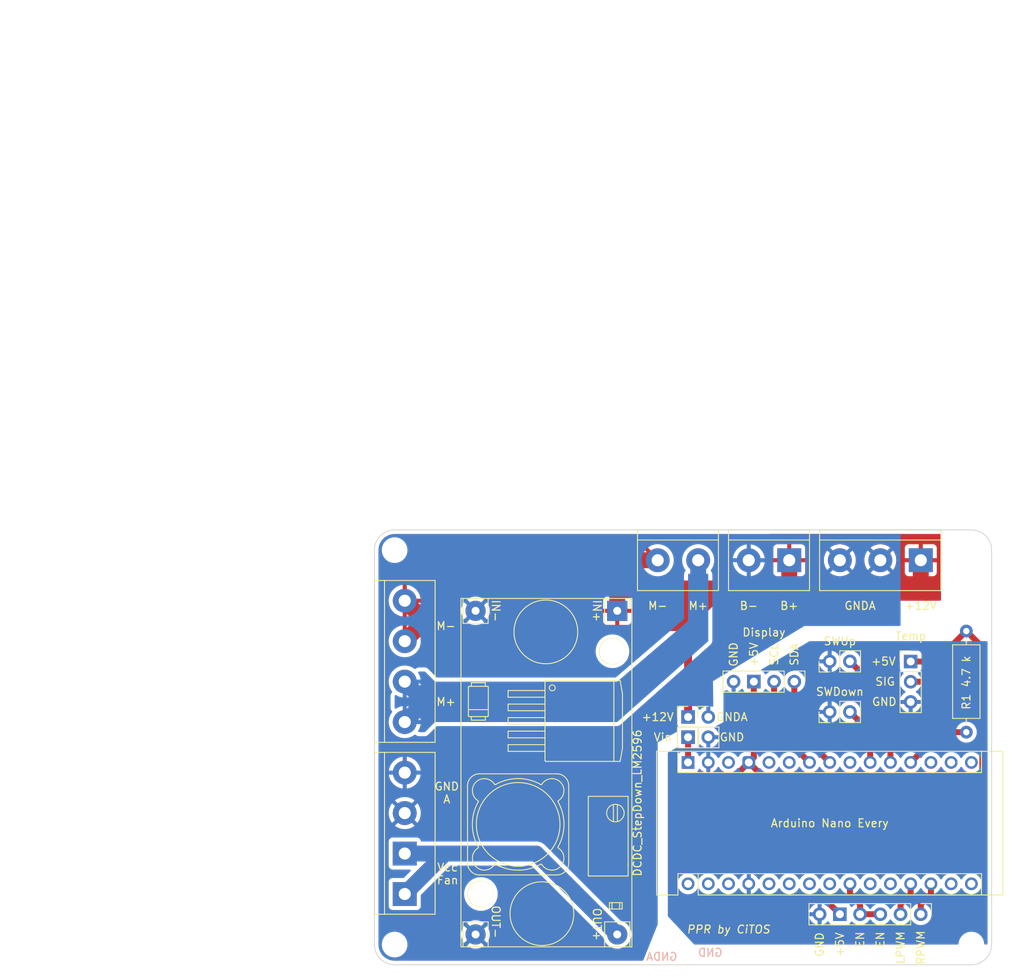
<source format=kicad_pcb>
(kicad_pcb (version 20211014) (generator pcbnew)
  (title_block (title "PPR") (date "2022-01-28") (rev "1") (company "CiTOS") (comment 4 "AISLER Project ID: DQKGMHDV"))
  (layers (0 "F.Cu" signal) (31 "B.Cu" signal) (34 "B.Paste" user) (35 "F.Paste" user) (36 "B.SilkS" user "B.Silkscreen") (37 "F.SilkS" user "F.Silkscreen") (38 "B.Mask" user) (39 "F.Mask" user) (44 "Edge.Cuts" user))
  (net 0 "")
  (net 4 "GNDS")
  (net 5 "TEMP")
  (net 7 "BUTTON UP")
  (net 8 "BUTTON DOWN")
  (net 9 "R PWM")
  (net 11 "L PWM")
  (net 13 "EN")
  (net 20 "SDA")
  (net 21 "SCL")
  (net 24 "+5V")
  (net 26 "+12V")
  (net 27 "GNDA")
  (net 28 "/M+")
  (net 29 "/M-")
  (net 30 "+5VA")
  (net 34 "/ARD VIN")
  (footprint "MountingHole:MountingHole_2.2mm_M2" (layer "F.Cu") (at 66.04 87.63)
    (fp_text reference "H3")
    (fp_text value "MountingHole")
    (pad "" np_thru_hole circle (at 0 0) (size 2.2 2.2) (drill 2.2) (layers *.Cu *.Mask))
  )
  (footprint "MountingHole:MountingHole_2.2mm_M2" (layer "F.Cu") (at 138.43 87.63)
    (fp_text reference "H4")
    (fp_text value "MountingHole")
    (pad "" np_thru_hole circle (at 0 0) (size 2.2 2.2) (drill 2.2) (layers *.Cu *.Mask))
  )
  (footprint "Connector_PinHeader_2.54mm:PinHeader_1x03_P2.54mm_Vertical" (layer "F.Cu") (at 130.81 101.615)
    (fp_text reference "J_TEMP1")
    (fp_text value "Conn_01x03")
    (fp_line (start 1.33 1.27) (end 1.33 6.41) (layer "F.SilkS") (width 0.12))
    (fp_line (start -1.33 0) (end -1.33 -1.33) (layer "F.SilkS") (width 0.12))
    (fp_line (start -1.33 1.27) (end 1.33 1.27) (layer "F.SilkS") (width 0.12))
    (fp_line (start -1.33 -1.33) (end 0 -1.33) (layer "F.SilkS") (width 0.12))
    (fp_line (start -1.33 6.41) (end 1.33 6.41) (layer "F.SilkS") (width 0.12))
    (fp_line (start -1.33 1.27) (end -1.33 6.41) (layer "F.SilkS") (width 0.12))
    (pad "1" thru_hole rect (at 0 0) (size 1.7 1.7) (drill 1) (layers *.Cu *.Mask) (net 24 "+5V"))
    (pad "2" thru_hole oval (at 0 2.54) (size 1.7 1.7) (drill 1) (layers *.Cu *.Mask) (net 5 "TEMP"))
    (pad "3" thru_hole oval (at 0 5.08) (size 1.7 1.7) (drill 1) (layers *.Cu *.Mask) (net 4 "GNDS"))
  )
  (footprint "TerminalBlock:TerminalBlock_bornier-2_P5.08mm" (layer "F.Cu") (at 104.14 88.9 180)
    (fp_text reference "J_DRV3")
    (fp_text value "Screw_Terminal_01x02")
    (fp_line (start -2.54 3.81) (end 7.62 3.81) (layer "F.SilkS") (width 0.12))
    (fp_line (start -2.54 -3.81) (end -2.54 3.81) (layer "F.SilkS") (width 0.12))
    (fp_line (start 7.62 -3.81) (end -2.54 -3.81) (layer "F.SilkS") (width 0.12))
    (fp_line (start 7.62 2.54) (end -2.54 2.54) (layer "F.SilkS") (width 0.12))
    (fp_line (start 7.62 3.81) (end 7.62 -3.81) (layer "F.SilkS") (width 0.12))
    (pad "1" thru_hole oval (at 0 0 180) (size 3 3) (drill 1.52) (layers *.Cu *.Mask) (net 28 "/M+"))
    (pad "2" thru_hole circle (at 5.08 0 180) (size 3 3) (drill 1.52) (layers *.Cu *.Mask) (net 29 "/M-"))
  )
  (footprint "Connector_PinHeader_2.54mm:PinHeader_1x02_P2.54mm_Vertical" (layer "F.Cu") (at 120.645 101.6 90)
    (fp_text reference "J_SW_UP1")
    (fp_text value "Conn_01x02")
    (fp_line (start -1.33 3.87) (end 1.33 3.87) (layer "F.SilkS") (width 0.12))
    (fp_line (start 1.33 1.27) (end 1.33 3.87) (layer "F.SilkS") (width 0.12))
    (fp_line (start -1.33 1.27) (end -1.33 3.87) (layer "F.SilkS") (width 0.12))
    (fp_line (start -1.33 1.27) (end 1.33 1.27) (layer "F.SilkS") (width 0.12))
    (fp_line (start -1.33 -1.33) (end 0 -1.33) (layer "F.SilkS") (width 0.12))
    (fp_line (start -1.33 0) (end -1.33 -1.33) (layer "F.SilkS") (width 0.12))
    (pad "1" thru_hole oval (at 0 0 90) (size 1.7 1.7) (drill 1) (layers *.Cu *.Mask) (net 4 "GNDS"))
    (pad "2" thru_hole oval (at 0 2.54 90) (size 1.7 1.7) (drill 1) (layers *.Cu *.Mask) (net 7 "BUTTON UP"))
  )
  (footprint "Connector_PinHeader_2.54mm:PinHeader_1x02_P2.54mm_Vertical" (layer "F.Cu") (at 105.41 108.58)
    (fp_text reference "J_SW_DWN2")
    (fp_text value "Conn_01x02")
    (fp_line (start -1.33 1.27) (end -1.33 3.87) (layer "F.SilkS") (width 0.12))
    (fp_line (start -1.33 3.87) (end 1.33 3.87) (layer "F.SilkS") (width 0.12))
    (fp_line (start -1.33 -1.33) (end 0 -1.33) (layer "F.SilkS") (width 0.12))
    (fp_line (start 1.33 1.27) (end 1.33 3.87) (layer "F.SilkS") (width 0.12))
    (fp_line (start -1.33 0) (end -1.33 -1.33) (layer "F.SilkS") (width 0.12))
    (fp_line (start -1.33 1.27) (end 1.33 1.27) (layer "F.SilkS") (width 0.12))
    (pad "1" thru_hole oval (at 0 0) (size 1.7 1.7) (drill 1) (layers *.Cu *.Mask) (net 27 "GNDA"))
    (pad "2" thru_hole oval (at 0 2.54) (size 1.7 1.7) (drill 1) (layers *.Cu *.Mask) (net 4 "GNDS"))
  )
  (footprint "MountingHole:MountingHole_3.2mm_M3" (layer "F.Cu") (at 93.38 100.33)
    (fp_text reference "H5")
    (fp_text value "MountingHole")
    (pad "" np_thru_hole circle (at 0 0) (size 3.2 3.2) (drill 3.2) (layers *.Cu *.Mask))
  )
  (footprint "MountingHole:MountingHole_3.2mm_M3" (layer "F.Cu") (at 76.87 130.81)
    (fp_text reference "H6")
    (fp_text value "MountingHole")
    (pad "" np_thru_hole circle (at 0 0) (size 3.2 3.2) (drill 3.2) (layers *.Cu *.Mask))
  )
  (footprint "MountingHole:MountingHole_2.2mm_M2" (layer "F.Cu") (at 138.43 137.16)
    (fp_text reference "H1")
    (fp_text value "MountingHole")
    (pad "" np_thru_hole circle (at 0 0) (size 2.2 2.2) (drill 2.2) (layers *.Cu *.Mask))
  )
  (footprint "MountingHole:MountingHole_2.2mm_M2" (layer "F.Cu") (at 66.04 137.16)
    (fp_text reference "H2")
    (fp_text value "MountingHole")
    (pad "" np_thru_hole circle (at 0 0) (size 2.2 2.2) (drill 2.2) (layers *.Cu *.Mask))
  )
  (footprint "Connector_PinHeader_2.54mm:PinHeader_1x02_P2.54mm_Vertical" (layer "F.Cu") (at 120.645 107.95 90)
    (fp_text reference "J_SW_DWN1")
    (fp_text value "Conn_01x02")
    (fp_line (start -1.33 0) (end -1.33 -1.33) (layer "F.SilkS") (width 0.12))
    (fp_line (start -1.33 1.27) (end -1.33 3.87) (layer "F.SilkS") (width 0.12))
    (fp_line (start -1.33 1.27) (end 1.33 1.27) (layer "F.SilkS") (width 0.12))
    (fp_line (start -1.33 -1.33) (end 0 -1.33) (layer "F.SilkS") (width 0.12))
    (fp_line (start 1.33 1.27) (end 1.33 3.87) (layer "F.SilkS") (width 0.12))
    (fp_line (start -1.33 3.87) (end 1.33 3.87) (layer "F.SilkS") (width 0.12))
    (pad "1" thru_hole oval (at 0 0 90) (size 1.7 1.7) (drill 1) (layers *.Cu *.Mask) (net 4 "GNDS"))
    (pad "2" thru_hole oval (at 0 2.54 90) (size 1.7 1.7) (drill 1) (layers *.Cu *.Mask) (net 8 "BUTTON DOWN"))
  )
  (footprint "TerminalBlock:TerminalBlock_bornier-3_P5.08mm" (layer "F.Cu") (at 132.08 88.9 180)
    (fp_text reference "J_SW1")
    (fp_text value "Screw_Terminal_01x03")
    (fp_line (start -2.54 3.81) (end -2.54 -3.81) (layer "F.SilkS") (width 0.12))
    (fp_line (start -2.54 3.81) (end 12.7 3.81) (layer "F.SilkS") (width 0.12))
    (fp_line (start 12.7 3.81) (end 12.7 -3.81) (layer "F.SilkS") (width 0.12))
    (fp_line (start -2.54 2.54) (end 12.7 2.54) (layer "F.SilkS") (width 0.12))
    (fp_line (start -2.54 -3.81) (end 12.7 -3.81) (layer "F.SilkS") (width 0.12))
    (pad "1" thru_hole rect (at 0 0 180) (size 3 3) (drill 1.52) (layers *.Cu *.Mask) (net 26 "+12V"))
    (pad "2" thru_hole circle (at 5.08 0 180) (size 3 3) (drill 1.52) (layers *.Cu *.Mask) (net 27 "GNDA"))
    (pad "3" thru_hole circle (at 10.16 0 180) (size 3 3) (drill 1.52) (layers *.Cu *.Mask) (net 27 "GNDA"))
  )
  (footprint "TerminalBlock:TerminalBlock_bornier-4_P5.08mm" (layer "F.Cu") (at 67.31 115.57 -90)
    (fp_text reference "J_FAN1")
    (fp_text value "Screw_Terminal_01x04")
    (fp_line (start -2.54 -3.81) (end -2.54 3.81) (layer "F.SilkS") (width 0.12))
    (fp_line (start -2.54 3.81) (end 17.78 3.81) (layer "F.SilkS") (width 0.12))
    (fp_line (start 17.78 3.81) (end 17.78 -3.81) (layer "F.SilkS") (width 0.12))
    (fp_line (start 17.78 2.54) (end -2.54 2.54) (layer "F.SilkS") (width 0.12))
    (fp_line (start -2.54 -3.81) (end 17.78 -3.81) (layer "F.SilkS") (width 0.12))
    (pad "1" thru_hole oval (at 0 0 270) (size 3 3) (drill 1.52) (layers *.Cu *.Mask) (net 27 "GNDA"))
    (pad "2" thru_hole circle (at 5.08 0 270) (size 3 3) (drill 1.52) (layers *.Cu *.Mask) (net 27 "GNDA"))
    (pad "3" thru_hole rect (at 10.16 0 270) (size 3 3) (drill 1.52) (layers *.Cu *.Mask) (net 30 "+5VA"))
    (pad "4" thru_hole rect (at 15.24 0 270) (size 3 3) (drill 1.52) (layers *.Cu *.Mask) (net 30 "+5VA"))
  )
  (footprint "TerminalBlock:TerminalBlock_bornier-2_P5.08mm" (layer "F.Cu") (at 115.57 88.9 180)
    (fp_text reference "J_DRV2")
    (fp_text value "Screw_Terminal_01x02")
    (fp_line (start -2.54 3.81) (end 7.62 3.81) (layer "F.SilkS") (width 0.12))
    (fp_line (start 7.62 3.81) (end 7.62 -3.81) (layer "F.SilkS") (width 0.12))
    (fp_line (start -2.54 -3.81) (end -2.54 3.81) (layer "F.SilkS") (width 0.12))
    (fp_line (start 7.62 -3.81) (end -2.54 -3.81) (layer "F.SilkS") (width 0.12))
    (fp_line (start 7.62 2.54) (end -2.54 2.54) (layer "F.SilkS") (width 0.12))
    (pad "1" thru_hole rect (at 0 0 180) (size 3 3) (drill 1.52) (layers *.Cu *.Mask) (net 26 "+12V"))
    (pad "2" thru_hole oval (at 5.08 0 180) (size 3 3) (drill 1.52) (layers *.Cu *.Mask) (net 27 "GNDA"))
  )
  (footprint "Components:YAAJ_DCDC_StepDown_LM2596" (layer "F.Cu") (at 93.98 95.25 -90)
    (fp_text reference "U2")
    (fp_text value "DCDC_StepDown_LM2596" (at 24.13 -2.54 90) (layer "F.SilkS"))
    (fp_text user "OUT+" (at 39.37 2.54 -90 unlocked) (layer "F.SilkS"))
    (fp_text user "OUT-" (at 39.06 15.24 -90 unlocked) (layer "F.SilkS"))
    (fp_text user "IN+" (at 0 2.54 -90 unlocked) (layer "F.SilkS"))
    (fp_text user "IN-" (at 0 15.24 -90 unlocked) (layer "F.SilkS"))
    (fp_line (start 14.250233 13.69667) (end 14.250233 9.06667) (layer "F.SilkS") (width 0.12))
    (fp_line (start -1.55 19.36) (end 1.58 19.36) (layer "F.SilkS") (width 0.12))
    (fp_line (start 9.581636 16.183217) (end 13.181636 16.183217) (layer "F.SilkS") (width 0.12))
    (fp_line (start 10.010233 13.69667) (end 10.850233 13.69667) (layer "F.SilkS") (width 0.12))
    (fp_line (start 33.167397 17.285796) (end 33.167397 7.585796) (layer "F.SilkS") (width 0.12))
    (fp_line (start 39.06 19.36) (end 42.175 19.36) (layer "F.SilkS") (width 0.12))
    (fp_line (start 18.910233 8.989106) (end 18.910233 -0.36239) (layer "F.SilkS") (width 0.12))
    (fp_line (start 18.910233 0.42667) (end 8.750233 0.42667) (layer "F.SilkS") (width 0.12))
    (fp_line (start 13.281636 16.558217) (end 13.731636 16.558217) (layer "F.SilkS") (width 0.12))
    (fp_line (start 12.411358 16.283217) (end 12.411358 18.583217) (layer "F.SilkS") (width 0.12))
    (fp_line (start 39.06 -1.58) (end 42.175 -1.58) (layer "F.SilkS") (width 0.12))
    (fp_line (start 37.448681 -0.619704) (end 37.448681 0.980295) (layer "F.SilkS") (width 0.12))
    (fp_line (start 26.439014 -0.017705) (end 24.360553 -0.017705) (layer "F.SilkS") (width 0.12))
    (fp_line (start 24.336385 -0.0491) (end 24.360553 -0.017705) (layer "F.SilkS") (width 0.12))
    (fp_line (start 13.282636 16.794696) (end 13.282636 16.700144) (layer "F.SilkS") (width 0.12))
    (fp_line (start 17.260233 -0.653329) (end 18.910233 -0.36239) (layer "F.SilkS") (width 0.12))
    (fp_line (start -1.55 16.2) (end 1.58 16.2) (layer "F.SilkS") (width 0.12))
    (fp_line (start -1.55 1.575) (end 1.58 1.58) (layer "F.SilkS") (width 0.12))
    (fp_line (start 24.348594 0.007294) (end 24.355764 -0.023925) (layer "F.SilkS") (width 0.12))
    (fp_line (start 1.58 1.27) (end 1.58 1.58) (layer "F.SilkS") (width 0.12))
    (fp_line (start 13.731636 16.558217) (end 13.731636 18.308217) (layer "F.SilkS") (width 0.12))
    (fp_line (start 36.648681 -0.299704) (end 37.448681 -0.299704) (layer "F.SilkS") (width 0.12))
    (fp_line (start 8.750233 8.989106) (end 8.750233 -0.36239) (layer "F.SilkS") (width 0.12))
    (fp_line (start 13.281636 16.283217) (end 13.281636 18.583217) (layer "F.SilkS") (width 0.12))
    (fp_line (start 37.448681 0.980295) (end 36.648681 0.980295) (layer "F.SilkS") (width 0.12))
    (fp_line (start 11.710233 13.69667) (end 12.550233 13.69667) (layer "F.SilkS") (width 0.12))
    (fp_line (start 15.110233 13.69667) (end 15.950233 13.69667) (layer "F.SilkS") (width 0.12))
    (fp_line (start 42.195 -1.835) (end -1.555 -1.835) (layer "F.SilkS") (width 0.12))
    (fp_line (start 42.195 19.615) (end 42.195 -1.835) (layer "F.SilkS") (width 0.12))
    (fp_line (start 21.967397 18.785796) (end 31.667397 18.785796) (layer "F.SilkS") (width 0.12))
    (fp_line (start 13.181636 18.683217) (end 9.581636 18.683217) (layer "F.SilkS") (width 0.12))
    (fp_line (start 18.83267 9.06667) (end 18.910233 8.989106) (layer "F.SilkS") (width 0.12))
    (fp_line (start 23.299783 3.582294) (end 23.299783 -1.317705) (layer "F.SilkS") (width 0.12))
    (fp_line (start 39.06 16.2) (end 42.175 16.2) (layer "F.SilkS") (width 0.12))
    (fp_line (start 39.06 1.58) (end 39.06 -1.58) (layer "F.SilkS") (width 0.12))
    (fp_line (start 39.06 1.58) (end 42.22 1.58) (layer "F.SilkS") (width 0.12))
    (fp_line (start 15.110233 13.69667) (end 15.110233 9.06667) (layer "F.SilkS") (width 0.12))
    (fp_line (start 15.950233 13.69667) (end 15.950233 9.06667) (layer "F.SilkS") (width 0.12))
    (fp_line (start 8.749233 1.004149) (end 8.749233 1.165687) (layer "F.SilkS") (width 0.12))
    (fp_line (start -1.55 -1.58) (end -0.25 -1.58) (layer "F.SilkS") (width 0.12))
    (fp_line (start 36.648681 0.980295) (end 36.648681 -0.619704) (layer "F.SilkS") (width 0.12))
    (fp_line (start 37.448681 0.660295) (end 36.648681 0.660295) (layer "F.SilkS") (width 0.12))
    (fp_line (start 39.06 19.36) (end 39.06 16.2) (layer "F.SilkS") (width 0.12))
    (fp_line (start 9.031636 18.308217) (end 9.031636 16.558217) (layer "F.SilkS") (width 0.12))
    (fp_line (start 31.942312 -1.368705) (end 31.908357 -1.368705) (layer "F.SilkS") (width 0.12))
    (fp_line (start 24.348594 0.007294) (end 24.360553 -0.017705) (layer "F.SilkS") (width 0.12))
    (fp_line (start 12.550233 13.69667) (end 12.550233 9.06667) (layer "F.SilkS") (width 0.12))
    (fp_line (start 31.858978 -1.368705) (end 31.814106 -1.368705) (layer "F.SilkS") (width 0.12))
    (fp_line (start 17.650233 13.69667) (end 17.650233 9.06667) (layer "F.SilkS") (width 0.12))
    (fp_line (start 10.850233 13.69667) (end 10.850233 9.06667) (layer "F.SilkS") (width 0.12))
    (fp_line (start 9.031636 16.558217) (end 9.481636 16.558217) (layer "F.SilkS") (width 0.12))
    (fp_line (start 11.710233 13.69667) (end 11.710233 9.06667) (layer "F.SilkS") (width 0.12))
    (fp_line (start 31.667397 6.085796) (end 21.967397 6.085796) (layer "F.SilkS") (width 0.12))
    (fp_line (start -1.555 19.615) (end 42.195 19.615) (layer "F.SilkS") (width 0.12))
    (fp_line (start 8.750233 8.989106) (end 8.827797 9.06667) (layer "F.SilkS") (width 0.12))
    (fp_line (start 23.349783 -1.367705) (end 33.249783 -1.367705) (layer "F.SilkS") (width 0.12))
    (fp_line (start 16.810233 13.69667) (end 16.810233 9.06667) (layer "F.SilkS") (width 0.12))
    (fp_line (start 24.348594 0.007294) (end 24.324147 0.002062) (layer "F.SilkS") (width 0.12))
    (fp_line (start 33.299783 -1.317705) (end 33.299783 3.582294) (layer "F.SilkS") (width 0.12))
    (fp_line (start 20.467397 7.585796) (end 20.467397 17.285796) (layer "F.SilkS") (width 0.12))
    (fp_line (start 13.410233 13.69667) (end 13.410233 9.06667) (layer "F.SilkS") (width 0.12))
    (fp_line (start 24.360553 0.482294) (end 26.439014 0.482294) (layer "F.SilkS") (width 0.12))
    (fp_line (start -1.555 -1.835) (end -1.555 19.615) (layer "F.SilkS") (width 0.12))
    (fp_line (start 10.400233 -0.653329) (end 17.260233 -0.653329) (layer "F.SilkS") (width 0.12))
    (fp_line (start 9.481636 18.308217) (end 9.031636 18.308217) (layer "F.SilkS") (width 0.12))
    (fp_line (start 16.810233 13.69667) (end 17.650233 13.69667) (layer "F.SilkS") (width 0.12))
    (fp_line (start 8.827797 9.06667) (end 18.83267 9.06667) (layer "F.SilkS") (width 0.12))
    (fp_line (start 13.410233 13.69667) (end 14.250233 13.69667) (layer "F.SilkS") (width 0.12))
    (fp_line (start 1.58 16.2) (end 1.58 19.36) (layer "F.SilkS") (width 0.12))
    (fp_line (start 10.010233 13.69667) (end 10.010233 9.06667) (layer "F.SilkS") (width 0.12))
    (fp_line (start 9.481636 18.583217) (end 9.481636 16.283217) (layer "F.SilkS") (width 0.12))
    (fp_line (start 8.750233 -0.36239) (end 10.400233 -0.653329) (layer "F.SilkS") (width 0.12))
    (fp_line (start 13.731636 18.308217) (end 13.281636 18.308217) (layer "F.SilkS") (width 0.12))
    (fp_line (start 33.249783 3.632294) (end 23.349783 3.632294) (layer "F.SilkS") (width 0.12))
    (fp_line (start 37.448681 -0.619704) (end 36.648681 -0.619704) (layer "F.SilkS") (width 0.12))
    (fp_arc (start 21.967397 18.785796) (mid 20.906737 18.346456) (end 20.467397 17.285796) (layer "F.SilkS") (width 0.12))
    (fp_arc (start 31.853662 15.405582) (mid 32.120698 17.739097) (end 29.787183 17.472062) (layer "F.SilkS") (width 0.12))
    (fp_arc (start 9.581636 18.683217) (mid 9.510925 18.653928) (end 9.481636 18.583217) (layer "F.SilkS") (width 0.12))
    (fp_arc (start 21.815217 15.271409) (mid 21.825145 15.345347) (end 21.781132 15.405582) (layer "F.SilkS") (width 0.12))
    (fp_arc (start 13.281636 18.583217) (mid 13.252347 18.653928) (end 13.181636 18.683217) (layer "F.SilkS") (width 0.12))
    (fp_arc (start 31.819577 9.600184) (mid 31.809649 9.526246) (end 31.853662 9.466011) (layer "F.SilkS") (width 0.12))
    (fp_arc (start 23.349783 3.632294) (mid 23.314428 3.617649) (end 23.299783 3.582294) (layer "F.SilkS") (width 0.12))
    (fp_arc (start 23.299783 -1.317705) (mid 23.314428 -1.35306) (end 23.349783 -1.367705) (layer "F.SilkS") (width 0.12))
    (fp_arc (start 29.653011 17.437976) (mid 29.726949 17.428049) (end 29.787183 17.472062) (layer "F.SilkS") (width 0.12))
    (fp_arc (start 23.847611 17.472062) (mid 23.907845 17.428049) (end 23.981783 17.437976) (layer "F.SilkS") (width 0.12))
    (fp_arc (start 31.667397 6.085796) (mid 32.728057 6.525136) (end 33.167397 7.585796) (layer "F.SilkS") (width 0.12))
    (fp_arc (start 9.481636 16.283217) (mid 9.510925 16.212506) (end 9.581636 16.183217) (layer "F.SilkS") (width 0.12))
    (fp_arc (start 31.853663 15.405583) (mid 31.809649 15.345348) (end 31.819576 15.27141) (layer "F.SilkS") (width 0.12))
    (fp_arc (start 23.981784 7.433617) (mid 26.817398 6.685796) (end 29.653011 7.433617) (layer "F.SilkS") (width 0.12))
    (fp_arc (start 13.181636 16.183217) (mid 13.252347 16.212506) (end 13.281636 16.283217) (layer "F.SilkS") (width 0.12))
    (fp_arc (start 23.981783 7.433617) (mid 23.907845 7.443544) (end 23.847611 7.399531) (layer "F.SilkS") (width 0.12))
    (fp_arc (start 21.781131 9.46601) (mid 21.825145 9.526245) (end 21.815218 9.600183) (layer "F.SilkS") (width 0.12))
    (fp_arc (start 33.249783 -1.367705) (mid 33.285138 -1.35306) (end 33.299783 -1.317705) (layer "F.SilkS") (width 0.12))
    (fp_arc (start 31.819576 9.600183) (mid 32.567397 12.435797) (end 31.819576 15.27141) (layer "F.SilkS") (width 0.12))
    (fp_arc (start 33.299783 3.582294) (mid 33.285138 3.617649) (end 33.249783 3.632294) (layer "F.SilkS") (width 0.12))
    (fp_arc (start 24.324148 0.462527) (mid 26.469609 -0.023572) (end 24.336385 0.51369) (layer "F.SilkS") (width 0.12))
    (fp_arc (start 23.847611 17.472062) (mid 21.514096 17.739098) (end 21.781132 15.405582) (layer "F.SilkS") (width 0.12))
    (fp_arc (start 29.653011 17.437976) (mid 26.817397 18.185797) (end 23.981783 17.437976) (layer "F.SilkS") (width 0.12))
    (fp_arc (start 20.467397 7.585796) (mid 20.906737 6.525136) (end 21.967397 6.085796) (layer "F.SilkS") (width 0.12))
    (fp_arc (start 29.787183 7.399531) (mid 29.726949 7.443544) (end 29.653011 7.433617) (layer "F.SilkS") (width 0.12))
    (fp_arc (start 21.815218 15.27141) (mid 21.067397 12.435797) (end 21.815218 9.600183) (layer "F.SilkS") (width 0.12))
    (fp_arc (start 21.781132 9.466011) (mid 21.514096 7.132496) (end 23.847611 7.399531) (layer "F.SilkS") (width 0.12))
    (fp_arc (start 33.167397 17.285796) (mid 32.728057 18.346456) (end 31.667397 18.785796) (layer "F.SilkS") (width 0.12))
    (fp_arc (start 29.787183 7.399531) (mid 32.120698 7.132495) (end 31.853662 9.466011) (layer "F.SilkS") (width 0.12))
    (fp_circle (center 26.817397 12.435796) (end 32.067397 12.435796) (layer "F.SilkS") (width 0.12) (fill none))
    (fp_circle (center 9.673179 8.154594) (end 10.048179 8.154594) (layer "F.SilkS") (width 0.12) (fill none))
    (fp_circle (center 35.56 17.145) (end 37.159 17.145) (layer "F.SilkS") (width 0.12) (fill none))
    (fp_circle (center 2.646666 8.957418) (end 6.646666 8.957418) (layer "F.SilkS") (width 0.12) (fill none))
    (fp_circle (center 38.029307 9.455206) (end 42.029307 9.455206) (layer "F.SilkS") (width 0.12) (fill none))
    (fp_circle (center 5.08 0.635) (end 6.678999 0.635) (layer "F.SilkS") (width 0.12) (fill none))
    (pad "1" thru_hole rect (at 0 0 270) (size 2.54 2.54) (drill 1) (layers *.Cu *.Mask) (net 26 "+12V"))
    (pad "2" thru_hole circle (at 0 17.78 270) (size 2.54 2.54) (drill 1) (layers *.Cu *.Mask) (net 27 "GNDA"))
    (pad "3" thru_hole circle (at 40.64 17.78 270) (size 2.54 2.54) (drill 1) (layers *.Cu *.Mask) (net 27 "GNDA"))
    (pad "4" thru_hole circle (at 40.64 0 270) (size 2.54 2.54) (drill 1) (layers *.Cu *.Mask) (net 30 "+5VA"))
  )
  (footprint "Connector_PinHeader_2.54mm:PinHeader_1x04_P2.54mm_Vertical" (layer "F.Cu") (at 116.205 104.14 -90)
    (fp_text reference "J_DISPLAY1")
    (fp_text value "Conn_01x04")
    (fp_line (start -1.33 8.95) (end 1.33 8.95) (layer "F.SilkS") (width 0.12))
    (fp_line (start 1.33 1.27) (end 1.33 8.95) (layer "F.SilkS") (width 0.12))
    (fp_line (start -1.33 1.27) (end 1.33 1.27) (layer "F.SilkS") (width 0.12))
    (fp_line (start -1.33 1.27) (end -1.33 8.95) (layer "F.SilkS") (width 0.12))
    (fp_line (start -1.33 -1.33) (end 0 -1.33) (layer "F.SilkS") (width 0.12))
    (fp_line (start -1.33 0) (end -1.33 -1.33) (layer "F.SilkS") (width 0.12))
    (pad "1" thru_hole circle (at 0 0 270) (size 1.7 1.7) (drill 1) (layers *.Cu *.Mask) (net 20 "SDA"))
    (pad "2" thru_hole oval (at 0 2.54 270) (size 1.7 1.7) (drill 1) (layers *.Cu *.Mask) (net 21 "SCL"))
    (pad "3" thru_hole rect (at 0 5.08 270) (size 1.7 1.7) (drill 1) (layers *.Cu *.Mask) (net 24 "+5V"))
    (pad "4" thru_hole oval (at 0 7.62 270) (size 1.7 1.7) (drill 1) (layers *.Cu *.Mask) (net 4 "GNDS"))
  )
  (footprint "Connector_PinHeader_2.54mm:PinHeader_1x06_P2.54mm_Vertical" (layer "F.Cu") (at 132.08 133.35 -90)
    (fp_text reference "J_DRV1")
    (fp_text value "Conn_01x06")
    (fp_line (start 1.33 1.27) (end 1.33 14.03) (layer "F.SilkS") (width 0.12))
    (fp_line (start -1.33 14.03) (end 1.33 14.03) (layer "F.SilkS") (width 0.12))
    (fp_line (start -1.33 1.27) (end -1.33 14.03) (layer "F.SilkS") (width 0.12))
    (fp_line (start -1.33 -1.33) (end 0 -1.33) (layer "F.SilkS") (width 0.12))
    (fp_line (start -1.33 0) (end -1.33 -1.33) (layer "F.SilkS") (width 0.12))
    (fp_line (start -1.33 1.27) (end 1.33 1.27) (layer "F.SilkS") (width 0.12))
    (pad "1" thru_hole circle (at 0 0 270) (size 1.7 1.7) (drill 1) (layers *.Cu *.Mask) (net 9 "R PWM"))
    (pad "2" thru_hole oval (at 0 2.54 270) (size 1.7 1.7) (drill 1) (layers *.Cu *.Mask) (net 11 "L PWM"))
    (pad "3" thru_hole oval (at 0 5.08 270) (size 1.7 1.7) (drill 1) (layers *.Cu *.Mask) (net 13 "EN"))
    (pad "4" thru_hole oval (at 0 7.62 270) (size 1.7 1.7) (drill 1) (layers *.Cu *.Mask) (net 13 "EN"))
    (pad "5" thru_hole rect (at 0 10.16 270) (size 1.7 1.7) (drill 1) (layers *.Cu *.Mask) (net 24 "+5V"))
    (pad "6" thru_hole oval (at 0 12.7 270) (size 1.7 1.7) (drill 1) (layers *.Cu *.Mask) (net 4 "GNDS"))
  )
  (footprint "Module:Arduino_Nano" (layer "F.Cu") (at 102.87 129.53 90)
    (fp_text reference "A1")
    (fp_text value "Arduino_Nano_v3.x")
    (fp_line (start -1.4 -3.94) (end -1.4 -1.27) (layer "F.SilkS") (width 0.12))
    (fp_line (start 1.27 1.27) (end 1.27 36.83) (layer "F.SilkS") (width 0.12))
    (fp_line (start 13.97 -1.27) (end 16.64 -1.27) (layer "F.SilkS") (width 0.12))
    (fp_line (start 13.97 -1.27) (end 13.97 36.83) (layer "F.SilkS") (width 0.12))
    (fp_line (start -1.4 1.27) (end -1.4 39.5) (layer "F.SilkS") (width 0.12))
    (fp_line (start 16.64 -3.94) (end -1.4 -3.94) (layer "F.SilkS") (width 0.12))
    (fp_line (start -1.4 39.5) (end 16.64 39.5) (layer "F.SilkS") (width 0.12))
    (fp_line (start 1.27 36.83) (end -1.4 36.83) (layer "F.SilkS") (width 0.12))
    (fp_line (start 16.64 39.5) (end 16.64 -3.94) (layer "F.SilkS") (width 0.12))
    (fp_line (start 1.27 1.27) (end 1.27 -1.27) (layer "F.SilkS") (width 0.12))
    (fp_line (start 13.97 36.83) (end 16.64 36.83) (layer "F.SilkS") (width 0.12))
    (fp_line (start 1.27 -1.27) (end -1.4 -1.27) (layer "F.SilkS") (width 0.12))
    (fp_line (start 1.27 1.27) (end -1.4 1.27) (layer "F.SilkS") (width 0.12))
    (pad "1" thru_hole circle (at 0 0 90) (size 1.6 1.6) (drill 1) (layers *.Cu *.Mask))
    (pad "2" thru_hole oval (at 0 2.54 90) (size 1.6 1.6) (drill 1) (layers *.Cu *.Mask))
    (pad "3" thru_hole oval (at 0 5.08 90) (size 1.6 1.6) (drill 1) (layers *.Cu *.Mask))
    (pad "4" thru_hole oval (at 0 7.62 90) (size 1.6 1.6) (drill 1) (layers *.Cu *.Mask) (net 4 "GNDS"))
    (pad "5" thru_hole oval (at 0 10.16 90) (size 1.6 1.6) (drill 1) (layers *.Cu *.Mask))
    (pad "6" thru_hole oval (at 0 12.7 90) (size 1.6 1.6) (drill 1) (layers *.Cu *.Mask))
    (pad "7" thru_hole oval (at 0 15.24 90) (size 1.6 1.6) (drill 1) (layers *.Cu *.Mask))
    (pad "8" thru_hole oval (at 0 17.78 90) (size 1.6 1.6) (drill 1) (layers *.Cu *.Mask))
    (pad "9" thru_hole oval (at 0 20.32 90) (size 1.6 1.6) (drill 1) (layers *.Cu *.Mask) (net 13 "EN"))
    (pad "10" thru_hole oval (at 0 22.86 90) (size 1.6 1.6) (drill 1) (layers *.Cu *.Mask))
    (pad "11" thru_hole oval (at 0 25.4 90) (size 1.6 1.6) (drill 1) (layers *.Cu *.Mask))
    (pad "12" thru_hole oval (at 0 27.94 90) (size 1.6 1.6) (drill 1) (layers *.Cu *.Mask) (net 11 "L PWM"))
    (pad "13" thru_hole oval (at 0 30.48 90) (size 1.6 1.6) (drill 1) (layers *.Cu *.Mask) (net 9 "R PWM"))
    (pad "14" thru_hole oval (at 0 33.02 90) (size 1.6 1.6) (drill 1) (layers *.Cu *.Mask))
    (pad "15" thru_hole oval (at 0 35.56 90) (size 1.6 1.6) (drill 1) (layers *.Cu *.Mask))
    (pad "16" thru_hole oval (at 15.24 35.56 90) (size 1.6 1.6) (drill 1) (layers *.Cu *.Mask))
    (pad "17" thru_hole oval (at 15.24 33.02 90) (size 1.6 1.6) (drill 1) (layers *.Cu *.Mask))
    (pad "18" thru_hole oval (at 15.24 30.48 90) (size 1.6 1.6) (drill 1) (layers *.Cu *.Mask))
    (pad "19" thru_hole oval (at 15.24 27.94 90) (size 1.6 1.6) (drill 1) (layers *.Cu *.Mask) (net 5 "TEMP"))
    (pad "20" thru_hole oval (at 15.24 25.4 90) (size 1.6 1.6) (drill 1) (layers *.Cu *.Mask) (net 7 "BUTTON UP"))
    (pad "21" thru_hole oval (at 15.24 22.86 90) (size 1.6 1.6) (drill 1) (layers *.Cu *.Mask) (net 8 "BUTTON DOWN"))
    (pad "22" thru_hole oval (at 15.24 20.32 90) (size 1.6 1.6) (drill 1) (layers *.Cu *.Mask))
    (pad "23" thru_hole oval (at 15.24 17.78 90) (size 1.6 1.6) (drill 1) (layers *.Cu *.Mask) (net 20 "SDA"))
    (pad "24" thru_hole oval (at 15.24 15.24 90) (size 1.6 1.6) (drill 1) (layers *.Cu *.Mask) (net 21 "SCL"))
    (pad "25" thru_hole oval (at 15.24 12.7 90) (size 1.6 1.6) (drill 1) (layers *.Cu *.Mask))
    (pad "26" thru_hole oval (at 15.24 10.16 90) (size 1.6 1.6) (drill 1) (layers *.Cu *.Mask))
    (pad "27" thru_hole roundrect (at 15.24 7.62 90) (size 1.6 1.6) (drill 1) (layers *.Cu *.Mask) (net 24 "+5V"))
    (pad "28" thru_hole oval (at 15.24 5.08 90) (size 1.6 1.6) (drill 1) (layers *.Cu *.Mask))
    (pad "29" thru_hole oval (at 15.24 2.54 90) (size 1.6 1.6) (drill 1) (layers *.Cu *.Mask) (net 4 "GNDS"))
    (pad "30" thru_hole rect (at 15.24 0 90) (size 1.6 1.6) (drill 1) (layers *.Cu *.Mask) (net 34 "/ARD VIN"))
  )
  (footprint "TerminalBlock:TerminalBlock_bornier-4_P5.08mm" (layer "F.Cu") (at 67.31 93.98 -90)
    (fp_text reference "J_Pelt1")
    (fp_text value "Screw_Terminal_01x04")
    (fp_line (start -2.54 3.81) (end 17.78 3.81) (layer "F.SilkS") (width 0.12))
    (fp_line (start -2.54 -3.81) (end -2.54 3.81) (layer "F.SilkS") (width 0.12))
    (fp_line (start 17.78 3.81) (end 17.78 -3.81) (layer "F.SilkS") (width 0.12))
    (fp_line (start -2.54 -3.81) (end 17.78 -3.81) (layer "F.SilkS") (width 0.12))
    (fp_line (start 17.78 2.54) (end -2.54 2.54) (layer "F.SilkS") (width 0.12))
    (pad "1" thru_hole oval (at 0 0 270) (size 3 3) (drill 1.52) (layers *.Cu *.Mask) (net 29 "/M-"))
    (pad "2" thru_hole oval (at 5.08 0 270) (size 3 3) (drill 1.52) (layers *.Cu *.Mask) (net 29 "/M-"))
    (pad "3" thru_hole oval (at 10.16 0 270) (size 3 3) (drill 1.52) (layers *.Cu *.Mask) (net 28 "/M+"))
    (pad "4" thru_hole oval (at 15.24 0 270) (size 3 3) (drill 1.52) (layers *.Cu *.Mask) (net 28 "/M+"))
  )
  (footprint "Connector_PinHeader_2.54mm:PinHeader_1x02_P2.54mm_Vertical" (layer "F.Cu") (at 102.87 108.58)
    (fp_text reference "J_SW_DWN3")
    (fp_text value "Conn_01x02")
    (fp_line (start -1.33 0) (end -1.33 -1.33) (layer "F.SilkS") (width 0.12))
    (fp_line (start -1.33 3.87) (end 1.33 3.87) (layer "F.SilkS") (width 0.12))
    (fp_line (start 1.33 1.27) (end 1.33 3.87) (layer "F.SilkS") (width 0.12))
    (fp_line (start -1.33 1.27) (end -1.33 3.87) (layer "F.SilkS") (width 0.12))
    (fp_line (start -1.33 -1.33) (end 0 -1.33) (layer "F.SilkS") (width 0.12))
    (fp_line (start -1.33 1.27) (end 1.33 1.27) (layer "F.SilkS") (width 0.12))
    (pad "1" thru_hole rect (at 0 0) (size 1.7 1.7) (drill 1) (layers *.Cu *.Mask) (net 26 "+12V"))
    (pad "2" thru_hole rect (at 0 2.54) (size 1.7 1.7) (drill 1) (layers *.Cu *.Mask) (net 34 "/ARD VIN"))
  )
  (footprint "Resistor_THT:R_Axial_DIN0309_L9.0mm_D3.2mm_P12.70mm_Horizontal" (layer "F.Cu") (at 137.795 110.49 90)
    (fp_text reference "R1" (at 3.81 0 90) (layer "F.SilkS"))
    (fp_text value "4.7 k" (at 7.62 0 90) (layer "F.SilkS"))
    (fp_line (start 1.04 0) (end 1.73 0) (layer "F.SilkS") (width 0.12))
    (fp_line (start 11.66 0) (end 10.97 0) (layer "F.SilkS") (width 0.12))
    (fp_line (start 1.73 1.72) (end 10.97 1.72) (layer "F.SilkS") (width 0.12))
    (fp_line (start 10.97 1.72) (end 10.97 -1.72) (layer "F.SilkS") (width 0.12))
    (fp_line (start 1.73 -1.72) (end 1.73 1.72) (layer "F.SilkS") (width 0.12))
    (fp_line (start 10.97 -1.72) (end 1.73 -1.72) (layer "F.SilkS") (width 0.12))
    (pad "1" thru_hole circle (at 0 0 90) (size 1.6 1.6) (drill 0.8) (layers *.Cu *.Mask) (net 5 "TEMP"))
    (pad "2" thru_hole oval (at 12.7 0 90) (size 1.6 1.6) (drill 0.8) (layers *.Cu *.Mask) (net 24 "+5V"))
  )
  (gr_line (start 66.04 139.7) (end 138.43 139.7) (layer "Edge.Cuts") (width 0.1))
  (gr_line (start 63.5 137.16) (end 63.5 87.63) (layer "Edge.Cuts") (width 0.1))
  (gr_arc (start 140.97 137.16) (mid 140.226051 138.956051) (end 138.43 139.7) (layer "Edge.Cuts") (width 0.1))
  (gr_line (start 140.97 87.63) (end 140.97 137.16) (layer "Edge.Cuts") (width 0.1))
  (gr_line (start 66.04 85.09) (end 138.43 85.09) (layer "Edge.Cuts") (width 0.1))
  (gr_arc (start 63.5 87.63) (mid 64.243949 85.833949) (end 66.04 85.09) (layer "Edge.Cuts") (width 0.1))
  (gr_arc (start 66.04 139.7) (mid 64.243949 138.956051) (end 63.5 137.16) (layer "Edge.Cuts") (width 0.1))
  (gr_arc (start 138.43 85.09) (mid 140.226051 85.833949) (end 140.97 87.63) (layer "Edge.Cuts") (width 0.1))
  (gr_text "GND" (at 105.664 138.176) (layer "B.SilkS") (effects (font (size 1 1)) (justify mirror)))
  (gr_text "GNDA" (at 99.568 138.684) (layer "B.SilkS") (effects (font (size 1 1)) (justify mirror)))
  (gr_text "B+" (at 115.57 94.615) (layer "F.SilkS") (effects (font (size 1 1))))
  (gr_text "EN" (at 127 136.525 90) (layer "F.SilkS") (effects (font (size 1 1))))
  (gr_text "M+" (at 104.14 94.615) (layer "F.SilkS") (effects (font (size 1 1))))
  (gr_text "GND" (at 127.5 106.68) (layer "F.SilkS") (effects (font (size 1 1))))
  (gr_text "+5V" (at 127.4 101.6) (layer "F.SilkS") (effects (font (size 1 1))))
  (gr_text "+12V" (at 132.08 94.615) (layer "F.SilkS") (effects (font (size 1 1))))
  (gr_text "RPWM" (at 132.08 137.56 90) (layer "F.SilkS") (effects (font (size 1 1))))
  (gr_text "SDA" (at 116.205 100.73 90) (layer "F.SilkS") (effects (font (size 1 1))))
  (gr_text "LPWM" (at 129.54 137.56 90) (layer "F.SilkS") (effects (font (size 1 1))))
  (gr_text "GNDA" (at 108.385 108.585) (layer "F.SilkS") (effects (font (size 1 1))))
  (gr_text "Vin" (at 99.695 111.125) (layer "F.SilkS") (effects (font (size 1 1))))
  (gr_text "SWDown" (at 121.92 105.41) (layer "F.SilkS") (effects (font (size 1 1))))
  (gr_text "EN" (at 124.46 136.525 90) (layer "F.SilkS") (effects (font (size 1 1))))
  (gr_text "GND\nA" (at 72.59 118.11) (layer "F.SilkS") (effects (font (size 1 1))))
  (gr_text "B-" (at 110.49 94.615) (layer "F.SilkS") (effects (font (size 1 1))))
  (gr_text "GNDA" (at 124.46 94.615) (layer "F.SilkS") (effects (font (size 1 1))))
  (gr_text "Display" (at 112.395 97.955) (layer "F.SilkS") (effects (font (size 1 1))))
  (gr_text "GND" (at 108.585 100.73 90) (layer "F.SilkS") (effects (font (size 1 1))))
  (gr_text "SWUp" (at 121.92 99.06) (layer "F.SilkS") (effects (font (size 1 1))))
  (gr_text "+12V" (at 99.06 108.585) (layer "F.SilkS") (effects (font (size 1 1))))
  (gr_text "SIG" (at 127.6 104.14) (layer "F.SilkS") (effects (font (size 1 1))))
  (gr_text "GND" (at 119.38 137.16 90) (layer "F.SilkS") (effects (font (size 1 1))))
  (gr_text "PPR by CiTOS" (at 107.95 135.255) (layer "F.SilkS") (effects (font (size 1 1) (thickness 0.15) italic)))
  (gr_text "M-" (at 72.49 97.155) (layer "F.SilkS") (effects (font (size 1 1))))
  (gr_text "M+" (at 72.49 106.68) (layer "F.SilkS") (effects (font (size 1 1))))
  (gr_text "Temp" (at 130.81 98.425) (layer "F.SilkS") (effects (font (size 1 1))))
  (gr_text "Vcc\nFan" (at 72.69 128.27) (layer "F.SilkS") (effects (font (size 1 1))))
  (gr_text "+5V" (at 111.125 100.73 90) (layer "F.SilkS") (effects (font (size 1 1))))
  (gr_text "M-" (at 99.06 94.615) (layer "F.SilkS") (effects (font (size 1 1))))
  (gr_text "GND" (at 108.385 111.125) (layer "F.SilkS") (effects (font (size 1 1))))
  (gr_text "+5V" (at 121.92 137.16 90) (layer "F.SilkS") (effects (font (size 1 1))))
  (gr_text "Arduino Nano Every" (at 120.65 121.92) (layer "F.SilkS") (effects (font (size 1 1))))
  (gr_text "SCL" (at 113.665 100.73 90) (layer "F.SilkS") (effects (font (size 1 1))))
  (segment (start 132.73 104.155) (end 134.62 106.045) (width 0.75) (layer "F.Cu") (net 5))
  (segment (start 134.2975 110.8025) (end 134.61 110.49) (width 0.75) (layer "F.Cu") (net 5))
  (segment (start 134.61 110.49) (end 137.795 110.49) (width 0.75) (layer "F.Cu") (net 5))
  (segment (start 134.62 106.045) (end 134.62 110.48) (width 0.75) (layer "F.Cu") (net 5))
  (segment (start 130.81 114.29) (end 134.2975 110.8025) (width 0.75) (layer "F.Cu") (net 5))
  (segment (start 134.62 110.48) (end 134.2975 110.8025) (width 0.75) (layer "F.Cu") (net 5))
  (segment (start 130.81 104.155) (end 132.73 104.155) (width 0.75) (layer "F.Cu") (net 5))
  (segment (start 125.725 104.14) (end 125.73 104.14) (width 0.75) (layer "F.Cu") (net 7))
  (segment (start 125.73 104.14) (end 125.73 107.95) (width 0.75) (layer "F.Cu") (net 7))
  (segment (start 123.185 101.6) (end 125.725 104.14) (width 0.75) (layer "F.Cu") (net 7))
  (segment (start 128.27 110.49) (end 128.27 114.29) (width 0.75) (layer "F.Cu") (net 7))
  (segment (start 125.73 107.95) (end 128.27 110.49) (width 0.75) (layer "F.Cu") (net 7))
  (segment (start 125.73 110.49) (end 125.73 114.29) (width 0.75) (layer "F.Cu") (net 8))
  (segment (start 123.185 107.95) (end 125.725 110.49) (width 0.75) (layer "F.Cu") (net 8))
  (segment (start 125.725 110.49) (end 125.73 110.49) (width 0.75) (layer "F.Cu") (net 8))
  (segment (start 132.08 132.08) (end 133.35 130.81) (width 0.75) (layer "F.Cu") (net 9))
  (segment (start 133.35 130.81) (end 133.35 129.53) (width 0.75) (layer "F.Cu") (net 9))
  (segment (start 132.08 133.35) (end 132.08 132.08) (width 0.75) (layer "F.Cu") (net 9))
  (segment (start 129.54 133.35) (end 129.54 132.08) (width 0.75) (layer "F.Cu") (net 11))
  (segment (start 130.81 130.81) (end 130.81 129.53) (width 0.75) (layer "F.Cu") (net 11))
  (segment (start 129.54 132.08) (end 130.81 130.81) (width 0.75) (layer "F.Cu") (net 11))
  (segment (start 124.46 133.35) (end 127 133.35) (width 0.75) (layer "F.Cu") (net 13))
  (segment (start 123.19 130.81) (end 124.46 132.08) (width 0.75) (layer "F.Cu") (net 13))
  (segment (start 123.19 129.53) (end 123.19 130.81) (width 0.75) (layer "F.Cu") (net 13))
  (segment (start 124.46 132.08) (end 124.46 133.35) (width 0.75) (layer "F.Cu") (net 13))
  (segment (start 120.65 114.29) (end 116.215 109.855) (width 0.75) (layer "F.Cu") (net 20))
  (segment (start 116.205 109.855) (end 116.205 104.14) (width 0.75) (layer "F.Cu") (net 20))
  (segment (start 116.215 109.855) (end 116.205 109.855) (width 0.75) (layer "F.Cu") (net 20))
  (segment (start 113.665 109.855) (end 113.665 104.14) (width 0.75) (layer "F.Cu") (net 21))
  (segment (start 113.675 109.855) (end 113.665 109.855) (width 0.75) (layer "F.Cu") (net 21))
  (segment (start 118.11 114.29) (end 113.675 109.855) (width 0.75) (layer "F.Cu") (net 21))
  (segment (start 139.804511 115.465489) (end 139.804511 99.799511) (width 0.75) (layer "F.Cu") (net 24))
  (segment (start 120.015 131.445) (end 102.220573 131.445) (width 0.75) (layer "F.Cu") (net 24))
  (segment (start 139.065 116.205) (end 139.804511 115.465489) (width 0.75) (layer "F.Cu") (net 24))
  (segment (start 100.965 123.815) (end 110.49 114.29) (width 0.75) (layer "F.Cu") (net 24))
  (segment (start 121.92 133.35) (end 120.015 131.445) (width 0.75) (layer "F.Cu") (net 24))
  (segment (start 110.49 114.29) (end 111.125 113.655) (width 0.75) (layer "F.Cu") (net 24))
  (segment (start 110.49 114.29) (end 112.405 116.205) (width 0.75) (layer "F.Cu") (net 24))
  (segment (start 100.965 130.189427) (end 100.965 123.815) (width 0.75) (layer "F.Cu") (net 24))
  (segment (start 133.97 101.615) (end 137.795 97.79) (width 0.75) (layer "F.Cu") (net 24))
  (segment (start 130.81 101.615) (end 133.97 101.615) (width 0.75) (layer "F.Cu") (net 24))
  (segment (start 112.405 116.205) (end 139.065 116.205) (width 0.75) (layer "F.Cu") (net 24))
  (segment (start 111.125 113.655) (end 111.125 104.14) (width 0.75) (layer "F.Cu") (net 24))
  (segment (start 139.804511 99.799511) (end 137.795 97.79) (width 0.75) (layer "F.Cu") (net 24))
  (segment (start 102.220573 131.445) (end 100.965 130.189427) (width 0.75) (layer "F.Cu") (net 24))
  (segment (start 115.57 88.9) (end 115.57 92.71) (width 2) (layer "F.Cu") (net 26))
  (segment (start 102.87 92.71) (end 93.98 92.71) (width 2) (layer "F.Cu") (net 26))
  (segment (start 132.08 88.9) (end 132.08 92.71) (width 2) (layer "F.Cu") (net 26))
  (segment (start 115.57 92.71) (end 102.87 92.71) (width 2) (layer "F.Cu") (net 26))
  (segment (start 132.08 92.71) (end 115.57 92.71) (width 2) (layer "F.Cu") (net 26))
  (segment (start 93.98 92.71) (end 93.98 95.25) (width 2) (layer "F.Cu") (net 26))
  (segment (start 102.87 108.58) (end 102.87 92.71) (width 1) (layer "F.Cu") (net 26))
  (segment (start 93.98 106.68) (end 69.85 106.68) (width 2) (layer "B.Cu") (net 28))
  (segment (start 104.14 97.79) (end 93.98 106.68) (width 2) (layer "B.Cu") (net 28))
  (segment (start 69.85 106.68) (end 67.31 109.22) (width 2) (layer "B.Cu") (net 28))
  (segment (start 69.85 106.68) (end 67.31 104.14) (width 2) (layer "B.Cu") (net 28))
  (segment (start 104.14 88.9) (end 104.14 97.79) (width 2) (layer "B.Cu") (net 28))
  (segment (start 77.47 88.9) (end 99.06 88.9) (width 2) (layer "F.Cu") (net 29))
  (segment (start 69.85 96.52) (end 77.47 88.9) (width 2) (layer "F.Cu") (net 29))
  (segment (start 67.31 99.06) (end 69.85 96.52) (width 2) (layer "F.Cu") (net 29))
  (segment (start 69.85 96.52) (end 67.31 93.98) (width 2) (layer "F.Cu") (net 29))
  (segment (start 72.39 125.73) (end 67.31 130.81) (width 2) (layer "B.Cu") (net 30))
  (segment (start 93.98 135.89) (end 83.82 125.73) (width 2) (layer "B.Cu") (net 30))
  (segment (start 83.82 125.73) (end 72.39 125.73) (width 2) (layer "B.Cu") (net 30))
  (segment (start 67.31 125.73) (end 72.39 125.73) (width 2) (layer "B.Cu") (net 30))
  (segment (start 102.87 111.12) (end 102.87 114.29) (width 0.75) (layer "F.Cu") (net 34))
  (zone (net 26) (net_name "+12V") (layer "F.Cu") (connect_pads (clearance 0.508)) (min_thickness 0.254) (fill yes (thermal_gap 0.508) (thermal_bridge_width 0.508))
    (polygon (pts (xy 134.62 93.98) (xy 106.68 93.98) (xy 102.87 97.79) (xy 91.44 97.79) (xy 91.44 91.44) (xy 113.03 91.44) (xy 113.03 85.09) (xy 134.62 85.09)))
  )
  (zone (net 29) (net_name "/M-") (layer "F.Cu") (connect_pads (clearance 0.508)) (min_thickness 0.254) (fill yes (thermal_gap 0.508) (thermal_bridge_width 0.508))
    (polygon (pts (xy 100.33 90.17) (xy 77.47 90.17) (xy 67.31 100.33) (xy 66.04 100.33) (xy 66.04 92.71) (xy 71.628 86.868) (xy 100.33 86.868)))
  )
  (zone (net 28) (net_name "/M+") (layer "B.Cu") (priority 1) (connect_pads (clearance 0.508)) (min_thickness 0.254) (fill yes (thermal_gap 0.508) (thermal_bridge_width 0.508))
    (polygon (pts (xy 105.41 99.06) (xy 93.98 109.22) (xy 71.12 109.22) (xy 69.85 110.49) (xy 66.04 110.49) (xy 66.04 102.87) (xy 69.85 102.87) (xy 71.12 104.14) (xy 93.98 104.14) (xy 102.87 96.52) (xy 102.87 87.63) (xy 105.41 87.63)))
  )
  (zone (net 27) (net_name "GNDA") (layer "B.Cu") (connect_pads (clearance 0.508)) (min_thickness 0.254) (fill yes (thermal_gap 0.508) (thermal_bridge_width 0.508))
    (polygon (pts (xy 129.54 97.155) (xy 117.475 97.155) (xy 105.99631 104.087252) (xy 106.045 107.95) (xy 99.06 111.76) (xy 99.06 134.62) (xy 97.028 139.7) (xy 63.5 139.7) (xy 63.5 85.09) (xy 129.54 85.09)))
  )
  (zone (net 4) (net_name "GNDS") (layer "B.Cu") (connect_pads (clearance 0.508)) (min_thickness 0.254) (fill yes (thermal_gap 0.508) (thermal_bridge_width 0.508))
    (polygon (pts (xy 140.97 137.16) (xy 103.632 137.16) (xy 100.33 133.604) (xy 100.33 113.03) (xy 107.315 109.22) (xy 107.315 105.41) (xy 118.11 99.06) (xy 140.97 99.06)))
  )
)
</source>
